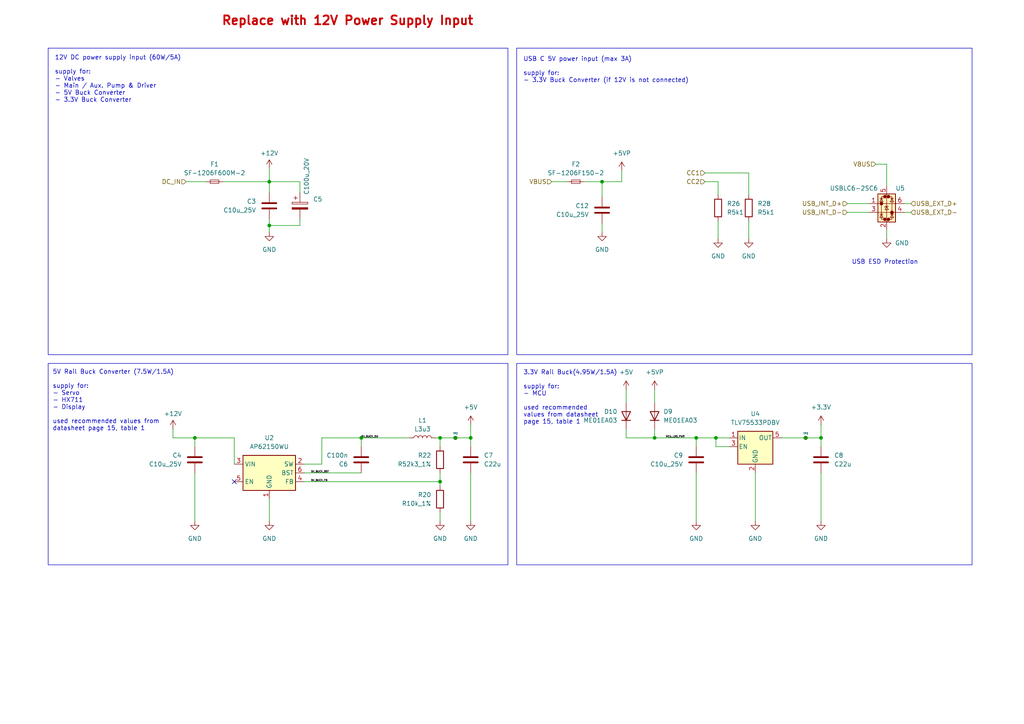
<source format=kicad_sch>
(kicad_sch (version 20230121) (generator eeschema)
  (paper "A4")
  (title_block (title "openautolab - Mainboard") (date "2024-04-03") (rev "1.0"))
  (lib_symbols
    (symbol "Connector:TestPoint_Small" (pin_numbers hide) (pin_names (offset 0.762) hide)
      (property "Reference" "TP" (at 0 3.81 0))
      (property "Value" "TestPoint_Small" (at 0 2.032 0))
      (symbol "TestPoint_Small_0_1"
        (circle (center 0 0) (radius 0.508))
      )
      (symbol "TestPoint_Small_1_1"
        (pin passive line (at 0 0 90) (length 0) (name "1") (number "1"))
      )
    )
    (symbol "Device:C" (pin_numbers hide) (pin_names (offset 0.254))
      (property "Reference" "C" (at 0.635 2.54 0))
      (property "Value" "C" (at 0.635 -2.54 0))
      (symbol "C_0_1"
        (polyline (pts (xy -2.032 -0.762) (xy 2.032 -0.762)) (stroke (width 0.508)))
        (polyline (pts (xy -2.032 0.762) (xy 2.032 0.762)) (stroke (width 0.508)))
      )
      (symbol "C_1_1"
        (pin passive line (at 0 3.81 270) (length 2.794) (name "~") (number "1"))
        (pin passive line (at 0 -3.81 90) (length 2.794) (name "~") (number "2"))
      )
    )
    (symbol "Device:C_Polarized" (pin_numbers hide) (pin_names (offset 0.254))
      (property "Reference" "C" (at 0.635 2.54 0))
      (property "Value" "C_Polarized" (at 0.635 -2.54 0))
      (symbol "C_Polarized_0_1"
        (rectangle (start -2.286 0.508) (end 2.286 1.016))
        (polyline (pts (xy -1.778 2.286) (xy -0.762 2.286)))
        (polyline (pts (xy -1.27 2.794) (xy -1.27 1.778)))
        (rectangle (start 2.286 -0.508) (end -2.286 -1.016) (fill (type outline)))
      )
      (symbol "C_Polarized_1_1"
        (pin passive line (at 0 3.81 270) (length 2.794) (name "~") (number "1"))
        (pin passive line (at 0 -3.81 90) (length 2.794) (name "~") (number "2"))
      )
    )
    (symbol "Device:D" (pin_numbers hide) (pin_names (offset 1.016) hide)
      (property "Reference" "D" (at 0 2.54 0))
      (property "Value" "D" (at 0 -2.54 0))
      (symbol "D_0_1"
        (polyline (pts (xy -1.27 1.27) (xy -1.27 -1.27)) (stroke (width 0.254)))
        (polyline (pts (xy 1.27 0) (xy -1.27 0)))
        (polyline (pts (xy 1.27 1.27) (xy 1.27 -1.27) (xy -1.27 0) (xy 1.27 1.27)) (stroke (width 0.254)))
      )
      (symbol "D_1_1"
        (pin passive line (at -3.81 0 0) (length 2.54) (name "K") (number "1"))
        (pin passive line (at 3.81 0 180) (length 2.54) (name "A") (number "2"))
      )
    )
    (symbol "Device:Fuse_Small" (pin_numbers hide) (pin_names (offset 0.254) hide)
      (property "Reference" "F" (at 0 -1.524 0))
      (property "Value" "Fuse_Small" (at 0 1.524 0))
      (symbol "Fuse_Small_0_1"
        (rectangle (start -1.27 0.508) (end 1.27 -0.508))
        (polyline (pts (xy -1.27 0) (xy 1.27 0)))
      )
      (symbol "Fuse_Small_1_1"
        (pin passive line (at -2.54 0 0) (length 1.27) (name "~") (number "1"))
        (pin passive line (at 2.54 0 180) (length 1.27) (name "~") (number "2"))
      )
    )
    (symbol "Device:L" (pin_numbers hide) (pin_names (offset 1.016) hide)
      (property "Reference" "L" (at -1.27 0 90))
      (property "Value" "L" (at 1.905 0 90))
      (symbol "L_0_1"
        (arc (start 0 -2.54) (mid 0.6323 -1.905) (end 0 -1.27))
        (arc (start 0 -1.27) (mid 0.6323 -0.635) (end 0 0))
        (arc (start 0 0) (mid 0.6323 0.635) (end 0 1.27))
        (arc (start 0 1.27) (mid 0.6323 1.905) (end 0 2.54))
      )
      (symbol "L_1_1"
        (pin passive line (at 0 3.81 270) (length 1.27) (name "1") (number "1"))
        (pin passive line (at 0 -3.81 90) (length 1.27) (name "2") (number "2"))
      )
    )
    (symbol "Device:R" (pin_numbers hide) (pin_names (offset 0))
      (property "Reference" "R" (at 2.032 0 90))
      (property "Value" "R" (at 0 0 90))
      (symbol "R_0_1"
        (rectangle (start -1.016 -2.54) (end 1.016 2.54) (stroke (width 0.254)))
      )
      (symbol "R_1_1"
        (pin passive line (at 0 3.81 270) (length 1.27) (name "~") (number "1"))
        (pin passive line (at 0 -3.81 90) (length 1.27) (name "~") (number "2"))
      )
    )
    (symbol "Power_Protection:USBLC6-2SC6" (pin_names hide)
      (property "Reference" "U" (at 0.635 5.715 0))
      (property "Value" "USBLC6-2SC6" (at 0.635 3.81 0))
      (symbol "USBLC6-2SC6_0_0"
        (circle (center -1.524 0) (radius 0.0001) (stroke (width 0.508)))
        (circle (center -0.508 -4.572) (radius 0.0001) (stroke (width 0.508)))
        (circle (center -0.508 2.032) (radius 0.0001) (stroke (width 0.508)))
        (circle (center 0.508 -4.572) (radius 0.0001) (stroke (width 0.508)))
        (circle (center 0.508 2.032) (radius 0.0001) (stroke (width 0.508)))
        (circle (center 1.524 -2.54) (radius 0.0001) (stroke (width 0.508)))
      )
      (symbol "USBLC6-2SC6_0_1"
        (polyline (pts (xy -2.54 -2.54) (xy 2.54 -2.54)))
        (polyline (pts (xy -2.54 0) (xy 2.54 0)))
        (polyline (pts (xy -2.032 -3.048) (xy -1.016 -3.048)))
        (polyline (pts (xy -1.016 1.524) (xy -2.032 1.524)))
        (polyline (pts (xy 1.016 -3.048) (xy 2.032 -3.048)))
        (polyline (pts (xy 1.016 1.524) (xy 2.032 1.524)))
        (polyline (pts (xy -0.508 -1.143) (xy -0.508 -0.762) (xy 0.508 -0.762)))
        (polyline (pts (xy -2.032 0.508) (xy -1.016 0.508) (xy -1.524 1.524) (xy -2.032 0.508)))
        (polyline (pts (xy -1.016 -4.064) (xy -2.032 -4.064) (xy -1.524 -3.048) (xy -1.016 -4.064)))
        (polyline (pts (xy 0.508 -1.778) (xy -0.508 -1.778) (xy 0 -0.762) (xy 0.508 -1.778)))
        (polyline (pts (xy 2.032 -4.064) (xy 1.016 -4.064) (xy 1.524 -3.048) (xy 2.032 -4.064)))
        (polyline (pts (xy 2.032 0.508) (xy 1.016 0.508) (xy 1.524 1.524) (xy 2.032 0.508)))
        (polyline (pts (xy 0 2.54) (xy -0.508 2.032) (xy 0.508 2.032) (xy 0 1.524) (xy 0 -4.064) (xy -0.508 -4.572) (xy 0.508 -4.572) (xy 0 -5.08)))
      )
      (symbol "USBLC6-2SC6_1_1"
        (rectangle (start -2.54 2.794) (end 2.54 -5.334) (stroke (width 0.254)) (fill (type background)))
        (polyline (pts (xy -0.508 2.032) (xy -1.524 2.032) (xy -1.524 -4.572) (xy -0.508 -4.572)))
        (polyline (pts (xy 0.508 -4.572) (xy 1.524 -4.572) (xy 1.524 2.032) (xy 0.508 2.032)))
        (pin passive line (at -5.08 0 0) (length 2.54) (name "I/O1") (number "1"))
        (pin passive line (at 0 -7.62 90) (length 2.54) (name "GND") (number "2"))
        (pin passive line (at -5.08 -2.54 0) (length 2.54) (name "I/O2") (number "3"))
        (pin passive line (at 5.08 -2.54 180) (length 2.54) (name "I/O2") (number "4"))
        (pin passive line (at 0 5.08 270) (length 2.54) (name "VBUS") (number "5"))
        (pin passive line (at 5.08 0 180) (length 2.54) (name "I/O1") (number "6"))
      )
    )
    (symbol "Regulator_Linear:TLV75533PDBV" (pin_names (offset 0.254))
      (property "Reference" "U" (at -3.81 5.715 0))
      (property "Value" "TLV75533PDBV" (at 0 5.715 0))
      (symbol "TLV75533PDBV_0_1"
        (rectangle (start -5.08 4.445) (end 5.08 -5.08) (stroke (width 0.254)) (fill (type background)))
      )
      (symbol "TLV75533PDBV_1_1"
        (pin power_in line (at -7.62 2.54 0) (length 2.54) (name "IN") (number "1"))
        (pin power_in line (at 0 -7.62 90) (length 2.54) (name "GND") (number "2"))
        (pin input line (at -7.62 0 0) (length 2.54) (name "EN") (number "3"))
        (pin no_connect line (at 5.08 0 180) (length 2.54) hide (name "NC") (number "4"))
        (pin power_out line (at 7.62 2.54 180) (length 2.54) (name "OUT") (number "5"))
      )
    )
    (symbol "Regulator_Switching:AP62150WU"
      (property "Reference" "U" (at -7.62 6.35 0))
      (property "Value" "AP62150WU" (at 6.35 -6.35 0))
      (symbol "AP62150WU_0_1"
        (rectangle (start -7.62 5.08) (end 7.62 -5.08) (stroke (width 0.254)) (fill (type background)))
      )
      (symbol "AP62150WU_1_1"
        (pin power_in line (at 0 -7.62 90) (length 2.54) (name "GND") (number "1"))
        (pin output line (at 10.16 2.54 180) (length 2.54) (name "SW") (number "2"))
        (pin power_in line (at -10.16 2.54 0) (length 2.54) (name "VIN") (number "3"))
        (pin input line (at 10.16 -2.54 180) (length 2.54) (name "FB") (number "4"))
        (pin passive line (at -10.16 -2.54 0) (length 2.54) (name "EN") (number "5"))
        (pin passive line (at 10.16 0 180) (length 2.54) (name "BST") (number "6"))
      )
    )
    (symbol "power:+12V" (power) (pin_names (offset 0))
      (property "Value" "+12V" (at 0 3.556 0))
      (symbol "+12V_0_1"
        (polyline (pts (xy -0.762 1.27) (xy 0 2.54)))
        (polyline (pts (xy 0 0) (xy 0 2.54)))
        (polyline (pts (xy 0 2.54) (xy 0.762 1.27)))
      )
      (symbol "+12V_1_1"
        (pin power_in line (at 0 0 90) (length 0) hide (name "+12V") (number "1"))
      )
    )
    (symbol "power:+3.3V" (power) (pin_names (offset 0))
      (property "Value" "+3.3V" (at 0 3.556 0))
      (symbol "+3.3V_0_1"
        (polyline (pts (xy -0.762 1.27) (xy 0 2.54)))
        (polyline (pts (xy 0 0) (xy 0 2.54)))
        (polyline (pts (xy 0 2.54) (xy 0.762 1.27)))
      )
      (symbol "+3.3V_1_1"
        (pin power_in line (at 0 0 90) (length 0) hide (name "+3.3V") (number "1"))
      )
    )
    (symbol "power:+5V" (power) (pin_names (offset 0))
      (property "Value" "+5V" (at 0 3.556 0))
      (symbol "+5V_0_1"
        (polyline (pts (xy -0.762 1.27) (xy 0 2.54)))
        (polyline (pts (xy 0 0) (xy 0 2.54)))
        (polyline (pts (xy 0 2.54) (xy 0.762 1.27)))
      )
      (symbol "+5V_1_1"
        (pin power_in line (at 0 0 90) (length 0) hide (name "+5V") (number "1"))
      )
    )
    (symbol "power:+5VP" (power) (pin_names (offset 0))
      (property "Value" "+5VP" (at 0 3.556 0))
      (symbol "+5VP_0_1"
        (polyline (pts (xy -0.762 1.27) (xy 0 2.54)))
        (polyline (pts (xy 0 0) (xy 0 2.54)))
        (polyline (pts (xy 0 2.54) (xy 0.762 1.27)))
      )
      (symbol "+5VP_1_1"
        (pin power_in line (at 0 0 90) (length 0) hide (name "+5VP") (number "1"))
      )
    )
    (symbol "power:GND" (power) (pin_names (offset 0))
      (property "Value" "GND" (at 0 -3.81 0))
      (symbol "GND_0_1"
        (polyline (pts (xy 0 0) (xy 0 -1.27) (xy 1.27 -1.27) (xy 0 -2.54) (xy -1.27 -1.27) (xy 0 -1.27)))
      )
      (symbol "GND_1_1"
        (pin power_in line (at 0 0 270) (length 0) hide (name "GND") (number "1"))
      )
    )
  )
  (junction (at 207.645 127))
  (junction (at 174.625 52.705))
  (junction (at 189.865 127))
  (junction (at 127.635 127))
  (junction (at 132.08 127))
  (junction (at 127.635 139.7))
  (junction (at 78.105 52.705))
  (junction (at 78.105 65.405))
  (junction (at 104.775 127))
  (junction (at 238.125 127))
  (junction (at 56.515 127))
  (junction (at 233.68 127))
  (junction (at 136.525 127))
  (junction (at 201.93 127))
  (no_connect (at 67.945 139.7))
  (wire (pts (xy 93.345 127) (xy 104.775 127)))
  (wire (pts (xy 53.975 52.705) (xy 59.69 52.705)))
  (wire (pts (xy 88.265 134.62) (xy 93.345 134.62)))
  (wire (pts (xy 208.28 64.135) (xy 208.28 69.215)))
  (wire (pts (xy 264.16 61.595) (xy 262.255 61.595)))
  (wire (pts (xy 226.695 127) (xy 233.68 127)))
  (wire (pts (xy 181.61 113.03) (xy 181.61 116.84)))
  (wire (pts (xy 174.625 64.77) (xy 174.625 67.31)))
  (wire (pts (xy 127.635 127) (xy 132.08 127)))
  (wire (pts (xy 104.775 127) (xy 104.775 129.54)))
  (wire (pts (xy 56.515 127) (xy 56.515 129.54)))
  (wire (pts (xy 127.635 127) (xy 126.365 127)))
  (wire (pts (xy 204.47 50.165) (xy 217.17 50.165)))
  (wire (pts (xy 201.93 127) (xy 207.645 127)))
  (wire (pts (xy 207.645 129.54) (xy 207.645 127)))
  (wire (pts (xy 174.625 52.705) (xy 174.625 57.15)))
  (wire (pts (xy 104.775 137.16) (xy 88.265 137.16)))
  (wire (pts (xy 217.17 64.135) (xy 217.17 69.215)))
  (wire (pts (xy 132.08 127) (xy 136.525 127)))
  (wire (pts (xy 67.945 134.62) (xy 67.945 127)))
  (wire (pts (xy 201.93 137.16) (xy 201.93 151.13)))
  (wire (pts (xy 181.61 124.46) (xy 181.61 127)))
  (wire (pts (xy 78.105 144.78) (xy 78.105 151.13)))
  (wire (pts (xy 217.17 50.165) (xy 217.17 56.515)))
  (wire (pts (xy 264.16 59.055) (xy 262.255 59.055)))
  (wire (pts (xy 78.105 52.705) (xy 78.105 55.88)))
  (wire (pts (xy 219.075 137.16) (xy 219.075 151.13)))
  (wire (pts (xy 181.61 127) (xy 189.865 127)))
  (wire (pts (xy 127.635 137.16) (xy 127.635 139.7)))
  (wire (pts (xy 86.995 63.5) (xy 86.995 65.405)))
  (wire (pts (xy 127.635 139.7) (xy 127.635 140.97)))
  (wire (pts (xy 78.105 65.405) (xy 78.105 67.31)))
  (wire (pts (xy 64.77 52.705) (xy 78.105 52.705)))
  (wire (pts (xy 189.865 113.03) (xy 189.865 116.84)))
  (wire (pts (xy 208.28 52.705) (xy 208.28 56.515)))
  (wire (pts (xy 238.125 127) (xy 238.125 129.54)))
  (wire (pts (xy 257.175 53.975) (xy 257.175 47.625)))
  (wire (pts (xy 93.345 127) (xy 93.345 134.62)))
  (wire (pts (xy 78.105 65.405) (xy 86.995 65.405)))
  (wire (pts (xy 56.515 127) (xy 67.945 127)))
  (wire (pts (xy 104.775 127) (xy 118.745 127)))
  (wire (pts (xy 211.455 129.54) (xy 207.645 129.54)))
  (wire (pts (xy 245.745 61.595) (xy 252.095 61.595)))
  (wire (pts (xy 257.175 66.675) (xy 257.175 69.215)))
  (wire (pts (xy 56.515 137.16) (xy 56.515 151.13)))
  (wire (pts (xy 174.625 52.705) (xy 180.34 52.705)))
  (wire (pts (xy 233.68 127) (xy 238.125 127)))
  (wire (pts (xy 86.995 55.88) (xy 86.995 52.705)))
  (wire (pts (xy 78.105 63.5) (xy 78.105 65.405)))
  (wire (pts (xy 50.165 124.46) (xy 50.165 127)))
  (wire (pts (xy 245.745 59.055) (xy 252.095 59.055)))
  (wire (pts (xy 136.525 123.19) (xy 136.525 127)))
  (wire (pts (xy 86.995 52.705) (xy 78.105 52.705)))
  (wire (pts (xy 136.525 137.16) (xy 136.525 151.13)))
  (wire (pts (xy 169.545 52.705) (xy 174.625 52.705)))
  (wire (pts (xy 160.02 52.705) (xy 164.465 52.705)))
  (wire (pts (xy 201.93 127) (xy 201.93 129.54)))
  (wire (pts (xy 254 47.625) (xy 257.175 47.625)))
  (wire (pts (xy 189.865 127) (xy 201.93 127)))
  (wire (pts (xy 238.125 123.19) (xy 238.125 127)))
  (wire (pts (xy 180.34 52.705) (xy 180.34 49.53)))
  (wire (pts (xy 136.525 127) (xy 136.525 129.54)))
  (wire (pts (xy 127.635 148.59) (xy 127.635 151.13)))
  (wire (pts (xy 207.645 127) (xy 211.455 127)))
  (wire (pts (xy 189.865 124.46) (xy 189.865 127)))
  (wire (pts (xy 78.105 48.895) (xy 78.105 52.705)))
  (wire (pts (xy 127.635 127) (xy 127.635 129.54)))
  (wire (pts (xy 50.165 127) (xy 56.515 127)))
  (wire (pts (xy 204.47 52.705) (xy 208.28 52.705)))
  (wire (pts (xy 88.265 139.7) (xy 127.635 139.7)))
  (wire (pts (xy 238.125 137.16) (xy 238.125 151.13)))
  (rectangle (start 13.97 105.41) (end 147.32 163.83))
  (rectangle (start 149.86 13.97) (end 281.94 102.87))
  (rectangle (start 149.86 105.41) (end 281.94 163.83))
  (rectangle (start 13.97 13.97) (end 147.32 102.87))
  (text "5V Rail Buck Converter (7.5W/1.5A)\n\nsupply for:\n- Servo\n- HX711\n- Display\n\nused recommended values from \ndatasheet page 15, table 1\n" (at 15.24 125.095 0) (effects (font (size 1.27 1.27)) (justify left bottom)))
  (text "USB C 5V power input (max 3A)\n\nsupply for:\n- 3.3V Buck Converter (if 12V is not connected)" (at 151.765 24.13 0) (effects (font (size 1.27 1.27)) (justify left bottom)))
  (text "3.3V Rail Buck(4.95W/1.5A)\n\nsupply for:\n- MCU\n\nused recommended\nvalues from datasheet\npage 15, table 1" (at 151.765 123.19 0) (effects (font (size 1.27 1.27)) (justify left bottom)))
  (text "USB ESD Protection" (at 247.015 76.835 0) (effects (font (size 1.27 1.27)) (justify left bottom)))
  (text "12V DC power supply input (60W/5A)\n\nsupply for:\n- Valves\n- Main / Aux. Pump & Driver\n- 5V Buck Converter\n- 3.3V Buck Converter" (at 15.875 29.845 0) (effects (font (size 1.27 1.27)) (justify left bottom)))
  (text "Replace with 12V Power Supply Input" (at 64.135 7.62 0) (effects (font (size 2.54 2.54) (thickness 0.508) bold) (justify left bottom)))
  (label "MCU_LDO_PWR" (at 193.04 127 0) (effects (font (size 0.504 0.504))))
  (label "5V_BUCK_SW" (at 104.775 127 0) (effects (font (size 0.508 0.508))))
  (label "5V_BUCK_FB" (at 90.17 139.7 0) (effects (font (size 0.508 0.508))))
  (label "5V_BUCK_BST" (at 90.17 137.16 0) (effects (font (size 0.508 0.508))))
  (hierarchical_label "DC_IN" (shape input) (at 53.975 52.705 180))
  (hierarchical_label "CC2" (shape input) (at 204.47 52.705 180))
  (hierarchical_label "VBUS" (shape input) (at 254 47.625 180))
  (hierarchical_label "USB_EXT_D+" (shape input) (at 264.16 59.055 0))
  (hierarchical_label "VBUS" (shape input) (at 160.02 52.705 180))
  (hierarchical_label "USB_INT_D-" (shape input) (at 245.745 61.595 180))
  (hierarchical_label "CC1" (shape input) (at 204.47 50.165 180))
  (hierarchical_label "USB_INT_D+" (shape input) (at 245.745 59.055 180))
  (hierarchical_label "USB_EXT_D-" (shape input) (at 264.16 61.595 0))
  (symbol (lib_id "Device:L") (at 122.555 127 90) (unit 1)
    (property "Reference" "L1" (at 122.555 121.92 90))
    (property "Value" "L3u3" (at 122.555 124.46 90))
    (property "Footprint" "Inductor_SMD:L_Coilcraft_LPS4018" (effects hide))
    (property "Datasheet" "https://www.mouser.de/datasheet/2/597/lps4018-270702.pdf" (effects hide))
    (property "Mouser Part Number" "994-LPS4018-332MRC " (effects hide))
  )
  (symbol (lib_id "Connector:TestPoint_Small") (at 132.08 127 0) (unit 1)
    (property "Reference" "TP2" (at 132.08 125.73 0) (effects (font (size 0.504 0.504))))
    (property "Value" "TestPoint_Small" (effects hide))
    (property "Footprint" "TestPoint:TestPoint_Pad_D1.5mm" (effects hide))
  )
  (symbol (lib_id "Device:C") (at 56.515 133.35 0) (mirror y) (unit 1)
    (property "Reference" "C4" (at 52.705 132.08 0) (effects (justify left)))
    (property "Value" "C10u_25V" (at 52.705 134.62 0) (effects (justify left)))
    (property "Footprint" "Capacitor_SMD:C_0603_1608Metric" (effects hide))
    (property "Mouser Part Number" "81-GRM188R61E106KA3J" (effects hide))
  )
  (symbol (lib_id "Device:C") (at 238.125 133.35 0) (unit 1)
    (property "Reference" "C8" (at 241.935 132.08 0) (effects (justify left)))
    (property "Value" "C22u" (at 241.935 134.62 0) (effects (justify left)))
    (property "Footprint" "Capacitor_SMD:C_0805_2012Metric" (effects hide))
    (property "Mouser Part Number" "187-CL21A226MQQNNNF" (effects hide))
  )
  (symbol (lib_id "Device:R") (at 127.635 133.35 0) (unit 1)
    (property "Reference" "R22" (at 125.095 132.08 0) (effects (justify right)))
    (property "Value" "R52k3_1%" (at 125.095 134.62 0) (effects (justify right)))
    (property "Footprint" "Resistor_SMD:R_0805_2012Metric" (effects hide))
    (property "Mouser Part Number" "652-CR0805FX-5232ELF" (effects hide))
  )
  (symbol (lib_id "power:GND") (at 201.93 151.13 0) (unit 1)
    (property "Reference" "#PWR028" (effects hide))
    (property "Value" "GND" (at 201.93 156.21 0))
  )
  (symbol (lib_id "power:+5V") (at 181.61 113.03 0) (unit 1)
    (property "Reference" "#PWR09" (effects hide))
    (property "Value" "+5V" (at 181.61 107.95 0))
  )
  (symbol (lib_id "power:GND") (at 208.28 69.215 0) (unit 1)
    (property "Reference" "#PWR04" (effects hide))
    (property "Value" "GND" (at 208.28 74.295 0))
  )
  (symbol (lib_id "Device:R") (at 127.635 144.78 0) (unit 1)
    (property "Reference" "R20" (at 125.095 143.51 0) (effects (justify right)))
    (property "Value" "R10k_1%" (at 125.095 146.05 0) (effects (justify right)))
    (property "Footprint" "Resistor_SMD:R_0805_2012Metric" (effects hide))
    (property "Mouser Part Number" "71-CRCW0805-10K-E3" (effects hide))
  )
  (symbol (lib_id "power:+12V") (at 78.105 48.895 0) (unit 1)
    (property "Reference" "#PWR079" (effects hide))
    (property "Value" "+12V" (at 78.105 44.45 0))
  )
  (symbol (lib_id "power:GND") (at 78.105 151.13 0) (unit 1)
    (property "Reference" "#PWR020" (effects hide))
    (property "Value" "GND" (at 78.105 156.21 0))
  )
  (symbol (lib_id "Power_Protection:USBLC6-2SC6") (at 257.175 59.055 0) (unit 1)
    (property "Reference" "U5" (at 259.715 54.61 0) (effects (justify left)))
    (property "Value" "USBLC6-2SC6" (at 240.665 54.61 0) (effects (justify left)))
    (property "Footprint" "Package_TO_SOT_SMD:SOT-23-6" (effects hide))
    (property "Datasheet" "https://www.st.com/resource/en/datasheet/usblc6-2.pdf" (effects hide))
  )
  (symbol (lib_id "power:GND") (at 78.105 67.31 0) (unit 1)
    (property "Reference" "#PWR080" (effects hide))
    (property "Value" "GND" (at 78.105 72.39 0))
  )
  (symbol (lib_id "power:+5V") (at 136.525 123.19 0) (unit 1)
    (property "Reference" "#PWR016" (effects hide))
    (property "Value" "+5V" (at 136.525 118.11 0))
  )
  (symbol (lib_id "Device:Fuse_Small") (at 62.23 52.705 0) (unit 1)
    (property "Reference" "F1" (at 62.23 47.625 0))
    (property "Value" "SF-1206F600M-2" (at 62.23 50.165 0))
    (property "Footprint" "Fuse:Fuse_1206_3216Metric" (effects hide))
    (property "Mouser Part Number" "652-SF-1206F600M-2" (effects hide))
  )
  (symbol (lib_id "Regulator_Linear:TLV75533PDBV") (at 219.075 129.54 0) (unit 1)
    (property "Reference" "U4" (at 219.075 120.015 0))
    (property "Value" "TLV75533PDBV" (at 219.075 122.555 0))
    (property "Footprint" "Package_TO_SOT_SMD:SOT-23-5" (effects hide))
    (property "Datasheet" "http://www.ti.com/lit/ds/symlink/tlv755p.pdf" (effects hide))
  )
  (symbol (lib_id "power:GND") (at 217.17 69.215 0) (unit 1)
    (property "Reference" "#PWR05" (effects hide))
    (property "Value" "GND" (at 217.17 74.295 0))
  )
  (symbol (lib_id "power:GND") (at 174.625 67.31 0) (unit 1)
    (property "Reference" "#PWR06" (effects hide))
    (property "Value" "GND" (at 174.625 72.39 0))
  )
  (symbol (lib_id "Device:R") (at 217.17 60.325 0) (unit 1)
    (property "Reference" "R28" (at 219.71 59.055 0) (effects (justify left)))
    (property "Value" "R5k1" (at 219.71 61.595 0) (effects (justify left)))
    (property "Footprint" "Resistor_SMD:R_0603_1608Metric" (effects hide))
    (property "Mouser Part Number" "667-ERJ-3EKF5101V" (effects hide))
  )
  (symbol (lib_id "Connector:TestPoint_Small") (at 233.68 127 0) (unit 1)
    (property "Reference" "TP3" (at 233.68 125.73 0) (effects (font (size 0.504 0.504))))
    (property "Value" "TestPoint_Small" (effects hide))
    (property "Footprint" "TestPoint:TestPoint_Pad_D1.5mm" (effects hide))
  )
  (symbol (lib_id "Regulator_Switching:AP62150WU") (at 78.105 137.16 0) (unit 1)
    (property "Reference" "U2" (at 78.105 127 0))
    (property "Value" "AP62150WU" (at 78.105 129.54 0))
    (property "Footprint" "Package_TO_SOT_SMD:TSOT-23-6" (effects hide))
    (property "Datasheet" "https://www.diodes.com/assets/Datasheets/AP62150.pdf" (effects hide))
    (property "Mouser Part Number" "621-AP62150WU-7" (effects hide))
  )
  (symbol (lib_id "power:+5VP") (at 180.34 49.53 0) (unit 1)
    (property "Reference" "#PWR013" (effects hide))
    (property "Value" "+5VP" (at 180.34 44.45 0))
  )
  (symbol (lib_id "power:+3.3V") (at 238.125 123.19 0) (unit 1)
    (property "Reference" "#PWR027" (effects hide))
    (property "Value" "+3.3V" (at 238.125 118.11 0))
  )
  (symbol (lib_id "Device:C") (at 201.93 133.35 0) (mirror y) (unit 1)
    (property "Reference" "C9" (at 198.12 132.08 0) (effects (justify left)))
    (property "Value" "C10u_25V" (at 198.12 134.62 0) (effects (justify left)))
    (property "Footprint" "Capacitor_SMD:C_0603_1608Metric" (effects hide))
    (property "Mouser Part Number" "81-GRM188R61E106KA3J" (effects hide))
  )
  (symbol (lib_id "power:GND") (at 136.525 151.13 0) (unit 1)
    (property "Reference" "#PWR021" (effects hide))
    (property "Value" "GND" (at 136.525 156.21 0))
  )
  (symbol (lib_id "Device:D") (at 181.61 120.65 270) (mirror x) (unit 1)
    (property "Reference" "D10" (at 179.07 119.38 90) (effects (justify right)))
    (property "Value" "ME01EA03" (at 179.07 121.92 90) (effects (justify right)))
    (property "Footprint" "Diode_SMD:D_SOD-128" (effects hide))
    (property "Datasheet" "https://www.mouser.de/datasheet/2/40/ME01EA03_file-2936424.pdf" (effects hide))
    (property "Sim.Device" "D" (effects hide))
    (property "Sim.Pins" "1=K 2=A" (effects hide))
    (property "Mouser Part Number" "581-ME01EA03" (effects hide))
  )
  (symbol (lib_id "power:GND") (at 127.635 151.13 0) (unit 1)
    (property "Reference" "#PWR022" (effects hide))
    (property "Value" "GND" (at 127.635 156.21 0))
  )
  (symbol (lib_id "power:+5VP") (at 189.865 113.03 0) (unit 1)
    (property "Reference" "#PWR010" (effects hide))
    (property "Value" "+5VP" (at 189.865 107.95 0))
  )
  (symbol (lib_id "Device:C") (at 136.525 133.35 0) (unit 1)
    (property "Reference" "C7" (at 140.335 132.08 0) (effects (justify left)))
    (property "Value" "C22u" (at 140.335 134.62 0) (effects (justify left)))
    (property "Footprint" "Capacitor_SMD:C_0805_2012Metric" (effects hide))
    (property "Mouser Part Number" "187-CL21A226MQQNNNF" (effects hide))
  )
  (symbol (lib_id "Device:C_Polarized") (at 86.995 59.69 0) (unit 1)
    (property "Reference" "C5" (at 90.805 57.785 0) (effects (justify left)))
    (property "Value" "C100u_20V" (at 88.9 56.515 90) (effects (justify left)))
    (property "Footprint" "Capacitor_SMD:CP_Elec_6.3x5.9" (effects hide))
    (property "Mouser Part Number" "647-PCM1D101MCL1GS" (effects hide))
  )
  (symbol (lib_id "Device:Fuse_Small") (at 167.005 52.705 0) (unit 1)
    (property "Reference" "F2" (at 167.005 47.625 0))
    (property "Value" "SF-1206F150-2" (at 167.005 50.165 0))
    (property "Footprint" "Fuse:Fuse_1206_3216Metric" (effects hide))
    (property "Mouser Part Number" "652-SF-1206F150-2" (effects hide))
  )
  (symbol (lib_id "power:GND") (at 238.125 151.13 0) (unit 1)
    (property "Reference" "#PWR036" (effects hide))
    (property "Value" "GND" (at 238.125 156.21 0))
  )
  (symbol (lib_id "power:+12V") (at 50.165 124.46 0) (unit 1)
    (property "Reference" "#PWR08" (effects hide))
    (property "Value" "+12V" (at 50.165 120.015 0))
  )
  (symbol (lib_id "power:GND") (at 257.175 69.215 0) (unit 1)
    (property "Reference" "#PWR026" (effects hide))
    (property "Value" "GND" (at 261.62 70.485 0))
  )
  (symbol (lib_id "Device:C") (at 174.625 60.96 0) (mirror y) (unit 1)
    (property "Reference" "C12" (at 170.815 59.69 0) (effects (justify left)))
    (property "Value" "C10u_25V" (at 170.815 62.23 0) (effects (justify left)))
    (property "Footprint" "Capacitor_SMD:C_0603_1608Metric" (effects hide))
    (property "Mouser Part Number" "81-GRM188R61E106KA3J" (effects hide))
  )
  (symbol (lib_id "power:GND") (at 56.515 151.13 0) (unit 1)
    (property "Reference" "#PWR07" (effects hide))
    (property "Value" "GND" (at 56.515 156.21 0))
  )
  (symbol (lib_id "Device:C") (at 104.775 133.35 0) (mirror y) (unit 1)
    (property "Reference" "C6" (at 100.965 134.62 0) (effects (justify left)))
    (property "Value" "C100n" (at 100.965 132.08 0) (effects (justify left)))
    (property "Footprint" "Capacitor_SMD:C_0603_1608Metric" (effects hide))
    (property "Mouser Part Number" "80-C0603C104K3R7867" (effects hide))
  )
  (symbol (lib_id "power:GND") (at 219.075 151.13 0) (unit 1)
    (property "Reference" "#PWR011" (effects hide))
    (property "Value" "GND" (at 219.075 156.21 0))
  )
  (symbol (lib_id "Device:D") (at 189.865 120.65 90) (unit 1)
    (property "Reference" "D9" (at 192.405 119.38 90) (effects (justify right)))
    (property "Value" "ME01EA03" (at 192.405 121.92 90) (effects (justify right)))
    (property "Footprint" "Diode_SMD:D_SOD-128" (effects hide))
    (property "Datasheet" "https://www.mouser.de/datasheet/2/40/ME01EA03_file-2936424.pdf" (effects hide))
    (property "Sim.Device" "D" (effects hide))
    (property "Sim.Pins" "1=K 2=A" (effects hide))
    (property "Mouser Part Number" "581-ME01EA03" (effects hide))
  )
  (symbol (lib_id "Device:C") (at 78.105 59.69 0) (mirror y) (unit 1)
    (property "Reference" "C3" (at 74.295 58.42 0) (effects (justify left)))
    (property "Value" "C10u_25V" (at 74.295 60.96 0) (effects (justify left)))
    (property "Footprint" "Capacitor_SMD:C_0603_1608Metric" (effects hide))
    (property "Mouser Part Number" "81-GRM188R61E106KA3J" (effects hide))
  )
  (symbol (lib_id "Device:R") (at 208.28 60.325 0) (unit 1)
    (property "Reference" "R26" (at 210.82 59.055 0) (effects (justify left)))
    (property "Value" "R5k1" (at 210.82 61.595 0) (effects (justify left)))
    (property "Footprint" "Resistor_SMD:R_0603_1608Metric" (effects hide))
    (property "Mouser Part Number" "667-ERJ-3EKF5101V" (effects hide))
  )
)
</source>
